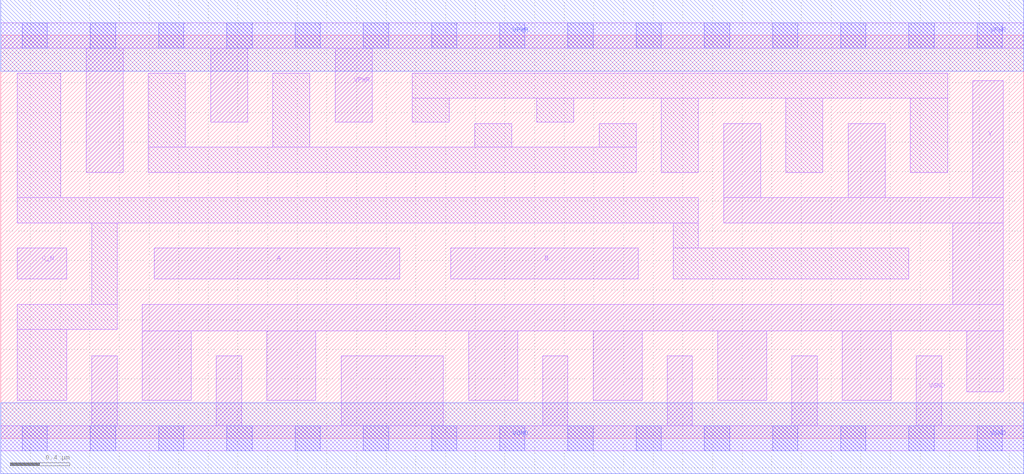
<source format=lef>
# Copyright 2020 The SkyWater PDK Authors
#
# Licensed under the Apache License, Version 2.0 (the "License");
# you may not use this file except in compliance with the License.
# You may obtain a copy of the License at
#
#     https://www.apache.org/licenses/LICENSE-2.0
#
# Unless required by applicable law or agreed to in writing, software
# distributed under the License is distributed on an "AS IS" BASIS,
# WITHOUT WARRANTIES OR CONDITIONS OF ANY KIND, either express or implied.
# See the License for the specific language governing permissions and
# limitations under the License.
#
# SPDX-License-Identifier: Apache-2.0

VERSION 5.7 ;
  NAMESCASESENSITIVE ON ;
  NOWIREEXTENSIONATPIN ON ;
  DIVIDERCHAR "/" ;
  BUSBITCHARS "[]" ;
UNITS
  DATABASE MICRONS 200 ;
END UNITS
MACRO sky130_fd_sc_hd__nor3b_4
  CLASS CORE ;
  SOURCE USER ;
  FOREIGN sky130_fd_sc_hd__nor3b_4 ;
  ORIGIN  0.000000  0.000000 ;
  SIZE  6.900000 BY  2.720000 ;
  SYMMETRY X Y R90 ;
  SITE unithd ;
  PIN A
    ANTENNAGATEAREA  0.990000 ;
    DIRECTION INPUT ;
    USE SIGNAL ;
    PORT
      LAYER li1 ;
        RECT 1.035000 1.075000 2.690000 1.285000 ;
    END
  END A
  PIN B
    ANTENNAGATEAREA  0.990000 ;
    DIRECTION INPUT ;
    USE SIGNAL ;
    PORT
      LAYER li1 ;
        RECT 3.035000 1.075000 4.300000 1.285000 ;
    END
  END B
  PIN C_N
    ANTENNAGATEAREA  0.247500 ;
    DIRECTION INPUT ;
    USE SIGNAL ;
    PORT
      LAYER li1 ;
        RECT 0.110000 1.075000 0.445000 1.285000 ;
    END
  END C_N
  PIN Y
    ANTENNADIFFAREA  1.593000 ;
    DIRECTION OUTPUT ;
    USE SIGNAL ;
    PORT
      LAYER li1 ;
        RECT 0.955000 0.255000 1.285000 0.725000 ;
        RECT 0.955000 0.725000 6.760000 0.905000 ;
        RECT 1.795000 0.255000 2.125000 0.725000 ;
        RECT 3.155000 0.255000 3.485000 0.725000 ;
        RECT 3.995000 0.255000 4.325000 0.725000 ;
        RECT 4.835000 0.255000 5.165000 0.725000 ;
        RECT 4.875000 1.455000 6.760000 1.625000 ;
        RECT 4.875000 1.625000 5.125000 2.125000 ;
        RECT 5.675000 0.255000 6.005000 0.725000 ;
        RECT 5.715000 1.625000 5.965000 2.125000 ;
        RECT 6.420000 0.905000 6.760000 1.455000 ;
        RECT 6.515000 0.315000 6.760000 0.725000 ;
        RECT 6.555000 1.625000 6.760000 2.415000 ;
    END
  END Y
  PIN VGND
    DIRECTION INOUT ;
    SHAPE ABUTMENT ;
    USE GROUND ;
    PORT
      LAYER li1 ;
        RECT 0.000000 -0.085000 6.900000 0.085000 ;
        RECT 0.615000  0.085000 0.785000 0.555000 ;
        RECT 1.455000  0.085000 1.625000 0.555000 ;
        RECT 2.295000  0.085000 2.985000 0.555000 ;
        RECT 3.655000  0.085000 3.825000 0.555000 ;
        RECT 4.495000  0.085000 4.665000 0.555000 ;
        RECT 5.335000  0.085000 5.505000 0.555000 ;
        RECT 6.175000  0.085000 6.345000 0.555000 ;
      LAYER mcon ;
        RECT 0.145000 -0.085000 0.315000 0.085000 ;
        RECT 0.605000 -0.085000 0.775000 0.085000 ;
        RECT 1.065000 -0.085000 1.235000 0.085000 ;
        RECT 1.525000 -0.085000 1.695000 0.085000 ;
        RECT 1.985000 -0.085000 2.155000 0.085000 ;
        RECT 2.445000 -0.085000 2.615000 0.085000 ;
        RECT 2.905000 -0.085000 3.075000 0.085000 ;
        RECT 3.365000 -0.085000 3.535000 0.085000 ;
        RECT 3.825000 -0.085000 3.995000 0.085000 ;
        RECT 4.285000 -0.085000 4.455000 0.085000 ;
        RECT 4.745000 -0.085000 4.915000 0.085000 ;
        RECT 5.205000 -0.085000 5.375000 0.085000 ;
        RECT 5.665000 -0.085000 5.835000 0.085000 ;
        RECT 6.125000 -0.085000 6.295000 0.085000 ;
        RECT 6.585000 -0.085000 6.755000 0.085000 ;
      LAYER met1 ;
        RECT 0.000000 -0.240000 6.900000 0.240000 ;
    END
  END VGND
  PIN VPWR
    DIRECTION INOUT ;
    SHAPE ABUTMENT ;
    USE POWER ;
    PORT
      LAYER li1 ;
        RECT 0.000000 2.635000 6.900000 2.805000 ;
        RECT 0.575000 1.795000 0.825000 2.635000 ;
        RECT 1.415000 2.135000 1.665000 2.635000 ;
        RECT 2.255000 2.135000 2.505000 2.635000 ;
      LAYER mcon ;
        RECT 0.145000 2.635000 0.315000 2.805000 ;
        RECT 0.605000 2.635000 0.775000 2.805000 ;
        RECT 1.065000 2.635000 1.235000 2.805000 ;
        RECT 1.525000 2.635000 1.695000 2.805000 ;
        RECT 1.985000 2.635000 2.155000 2.805000 ;
        RECT 2.445000 2.635000 2.615000 2.805000 ;
        RECT 2.905000 2.635000 3.075000 2.805000 ;
        RECT 3.365000 2.635000 3.535000 2.805000 ;
        RECT 3.825000 2.635000 3.995000 2.805000 ;
        RECT 4.285000 2.635000 4.455000 2.805000 ;
        RECT 4.745000 2.635000 4.915000 2.805000 ;
        RECT 5.205000 2.635000 5.375000 2.805000 ;
        RECT 5.665000 2.635000 5.835000 2.805000 ;
        RECT 6.125000 2.635000 6.295000 2.805000 ;
        RECT 6.585000 2.635000 6.755000 2.805000 ;
      LAYER met1 ;
        RECT 0.000000 2.480000 6.900000 2.960000 ;
    END
  END VPWR
  OBS
    LAYER li1 ;
      RECT 0.110000 0.255000 0.445000 0.735000 ;
      RECT 0.110000 0.735000 0.785000 0.905000 ;
      RECT 0.110000 1.455000 4.705000 1.625000 ;
      RECT 0.110000 1.625000 0.405000 2.465000 ;
      RECT 0.615000 0.905000 0.785000 1.455000 ;
      RECT 0.995000 1.795000 4.285000 1.965000 ;
      RECT 0.995000 1.965000 1.245000 2.465000 ;
      RECT 1.835000 1.965000 2.085000 2.465000 ;
      RECT 2.775000 2.135000 3.025000 2.295000 ;
      RECT 2.775000 2.295000 6.385000 2.465000 ;
      RECT 3.195000 1.965000 3.445000 2.125000 ;
      RECT 3.615000 2.135000 3.865000 2.295000 ;
      RECT 4.035000 1.965000 4.285000 2.125000 ;
      RECT 4.455000 1.795000 4.705000 2.295000 ;
      RECT 4.535000 1.075000 6.125000 1.285000 ;
      RECT 4.535000 1.285000 4.705000 1.455000 ;
      RECT 5.295000 1.795000 5.545000 2.295000 ;
      RECT 6.135000 1.795000 6.385000 2.295000 ;
  END
END sky130_fd_sc_hd__nor3b_4

</source>
